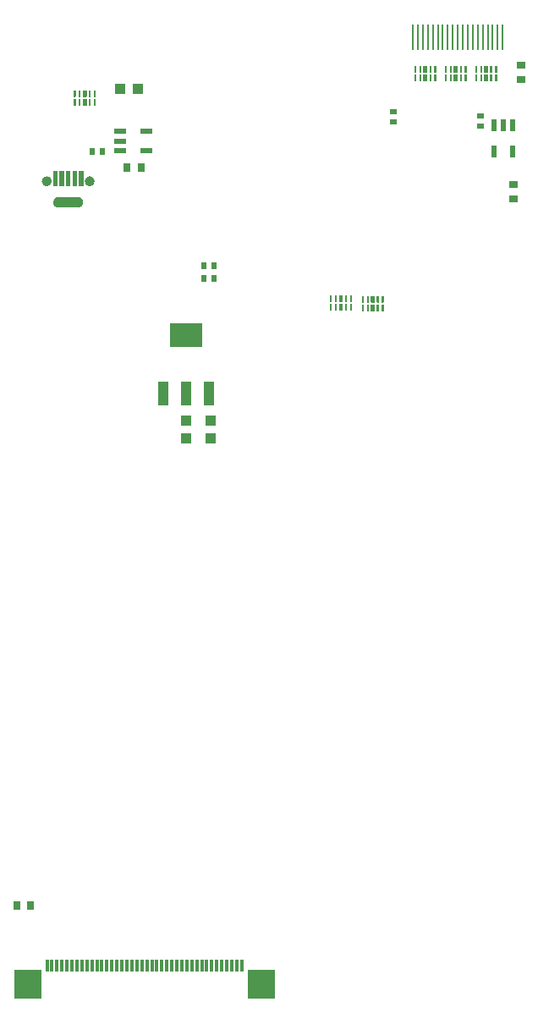
<source format=gtp>
G04*
G04 #@! TF.GenerationSoftware,Altium Limited,Altium Designer,21.3.2 (30)*
G04*
G04 Layer_Color=8421504*
%FSLAX25Y25*%
%MOIN*%
G70*
G04*
G04 #@! TF.SameCoordinates,97996B78-1690-4D19-8AB1-FF8F13014A98*
G04*
G04*
G04 #@! TF.FilePolarity,Positive*
G04*
G01*
G75*
%ADD16C,0.01968*%
%ADD17R,0.01181X0.04724*%
%ADD18R,0.10630X0.11811*%
%ADD19R,0.00787X0.02618*%
%ADD20R,0.01575X0.02618*%
%ADD21R,0.01102X0.10236*%
%ADD22R,0.02362X0.04921*%
%ADD23R,0.03543X0.03150*%
%ADD24R,0.01772X0.05906*%
%ADD25R,0.04300X0.04200*%
%ADD26R,0.02165X0.02559*%
%ADD27R,0.03937X0.09449*%
%ADD28R,0.12992X0.09449*%
%ADD29R,0.03150X0.03543*%
%ADD30R,0.04921X0.02362*%
%ADD31R,0.02559X0.02165*%
%ADD32R,0.04200X0.04300*%
G36*
X174048Y377120D02*
Y374503D01*
X173260D01*
Y374504D01*
X173259D01*
X173256Y377120D01*
X174048Y377120D01*
D02*
G37*
G36*
X172080Y374503D02*
X171292D01*
X171292Y374504D01*
X171291D01*
X171288Y377120D01*
X172080Y377120D01*
X172080Y374503D01*
D02*
G37*
G36*
X168143D02*
X167355D01*
X167355Y374504D01*
X167354D01*
X167351Y377120D01*
X168143Y377120D01*
X168143Y374503D01*
D02*
G37*
G36*
X186048Y377120D02*
Y374503D01*
X185260D01*
X185260Y374504D01*
X185259Y374504D01*
X185256Y377120D01*
X186048Y377120D01*
D02*
G37*
G36*
X184080Y374503D02*
X183292D01*
X183292Y374504D01*
X183291Y374504D01*
X183288Y377120D01*
X184080D01*
Y374503D01*
D02*
G37*
G36*
X180143D02*
X179355D01*
Y374504D01*
X179354Y374504D01*
X179351Y377120D01*
X180143Y377120D01*
Y374503D01*
D02*
G37*
G36*
X197985Y374502D02*
X197197D01*
Y374503D01*
X197196D01*
X197193Y377119D01*
X197985D01*
Y374502D01*
D02*
G37*
G36*
X192080D02*
X191292D01*
X191292Y374503D01*
X191291D01*
X191288Y377119D01*
X192080D01*
X192080Y374502D01*
D02*
G37*
G36*
X196017Y374502D02*
X195229D01*
X195229Y374503D01*
X195228D01*
X195225Y377119D01*
X196017D01*
X196017Y374502D01*
D02*
G37*
G36*
X166174D02*
X165386Y374502D01*
Y374503D01*
X165385D01*
X165382Y377119D01*
X166174Y377119D01*
Y374502D01*
D02*
G37*
G36*
X178174Y374502D02*
X177386Y374502D01*
X177386Y374503D01*
X177385D01*
X177382Y377119D01*
X178174D01*
X178174Y374502D01*
D02*
G37*
G36*
X190111Y374502D02*
X189323Y374502D01*
X189323Y374503D01*
X189322D01*
X189319Y377119D01*
X190111D01*
Y374502D01*
D02*
G37*
G36*
X182503Y374501D02*
X180930D01*
Y374501D01*
X180930Y377120D01*
X182503D01*
X182503Y374501D01*
D02*
G37*
G36*
X170503Y374501D02*
X168930D01*
Y374501D01*
X168930Y377120D01*
X170503D01*
X170503Y374501D01*
D02*
G37*
G36*
X194440Y374501D02*
X192867D01*
Y374500D01*
X192867Y374501D01*
X192867D01*
X192867Y377120D01*
X194440D01*
X194440Y374501D01*
D02*
G37*
G36*
X174048Y373712D02*
Y371095D01*
X173260D01*
Y371096D01*
X173259D01*
X173256Y373712D01*
X174048Y373712D01*
D02*
G37*
G36*
X172080Y371095D02*
X171292D01*
X171292Y371096D01*
X171291D01*
X171288Y373712D01*
X172080Y373712D01*
X172080Y371095D01*
D02*
G37*
G36*
X168143D02*
X167355D01*
X167355Y371096D01*
X167354D01*
X167351Y373712D01*
X168143Y373712D01*
X168143Y371095D01*
D02*
G37*
G36*
X186048Y373712D02*
Y371095D01*
X185260D01*
X185260Y371096D01*
X185259Y371096D01*
X185256Y373712D01*
X186048Y373712D01*
D02*
G37*
G36*
X184080Y371095D02*
X183292D01*
Y371096D01*
X183291Y371096D01*
X183288Y373712D01*
X184080Y373712D01*
Y371095D01*
D02*
G37*
G36*
X180143D02*
X179355D01*
Y371096D01*
X179354Y371096D01*
X179351Y373712D01*
X180143Y373712D01*
Y371095D01*
D02*
G37*
G36*
X197985Y371094D02*
X197197D01*
Y371095D01*
X197196D01*
X197193Y373711D01*
X197985D01*
Y371094D01*
D02*
G37*
G36*
X196017D02*
X195229D01*
X195229Y371095D01*
X195228D01*
X195225Y373711D01*
X196017D01*
X196017Y371094D01*
D02*
G37*
G36*
X192080D02*
X191292D01*
X191292Y371095D01*
X191291D01*
X191288Y373711D01*
X192080D01*
X192080Y371094D01*
D02*
G37*
G36*
X178174D02*
X177386D01*
X177386Y371095D01*
X177385D01*
X177382Y373711D01*
X178174D01*
Y371094D01*
D02*
G37*
G36*
X166174D02*
X165386D01*
Y371095D01*
X165385D01*
X165382Y373711D01*
X166174Y373711D01*
Y371094D01*
D02*
G37*
G36*
X190111Y371094D02*
X189323D01*
X189323Y371095D01*
X189322D01*
X189319Y373711D01*
X190111D01*
X190111Y371094D01*
D02*
G37*
G36*
X182503Y371093D02*
X180930D01*
X180930Y371093D01*
X180930Y373712D01*
X182503Y373712D01*
Y371093D01*
D02*
G37*
G36*
X170503Y371093D02*
X168930D01*
Y371093D01*
X168930Y373712D01*
X170503D01*
X170503Y371093D01*
D02*
G37*
G36*
X194440Y371093D02*
X192867D01*
X192867Y371093D01*
X192867Y373712D01*
X194440D01*
X194440Y371093D01*
D02*
G37*
G36*
X39830Y367539D02*
X39832D01*
X39834Y364923D01*
X39042D01*
X39042Y367540D01*
X39830D01*
X39830Y367539D01*
D02*
G37*
G36*
X37861Y367539D02*
X37863D01*
X37865Y364923D01*
X37073D01*
X37073Y367540D01*
X37861D01*
X37861Y367539D01*
D02*
G37*
G36*
X33924D02*
X33925D01*
X33928Y364923D01*
X33136D01*
X33136Y367540D01*
X33924D01*
X33924Y367539D01*
D02*
G37*
G36*
X31956D02*
X31958D01*
X31960Y364923D01*
X31168D01*
Y367540D01*
X31956D01*
Y367539D01*
D02*
G37*
G36*
X36287Y364922D02*
X34713D01*
X34713Y367541D01*
X36286D01*
X36286Y367542D01*
X36287Y364922D01*
D02*
G37*
G36*
X36287Y364133D02*
X36287D01*
Y364134D01*
X36287Y364133D01*
D02*
G37*
G36*
X39830Y364132D02*
X39830Y364131D01*
X39832D01*
X39834Y361515D01*
X39042D01*
Y364132D01*
X39830Y364132D01*
D02*
G37*
G36*
X37861Y364131D02*
X37863D01*
X37865Y361515D01*
X37073D01*
X37073Y364132D01*
X37861D01*
X37861Y364131D01*
D02*
G37*
G36*
X33924D02*
X33926D01*
X33928Y361515D01*
X33136D01*
X33136Y364132D01*
X33924D01*
X33924Y364131D01*
D02*
G37*
G36*
X31956D02*
X31958D01*
X31960Y361515D01*
X31168D01*
Y364132D01*
X31956D01*
Y364131D01*
D02*
G37*
G36*
X36287Y361514D02*
X34713D01*
X34713Y364133D01*
X36287D01*
X36287Y361514D01*
D02*
G37*
G36*
X35004Y329696D02*
X33232D01*
Y335602D01*
X35004D01*
Y329696D01*
D02*
G37*
G36*
X32445D02*
X30673D01*
Y335602D01*
X32445D01*
Y329696D01*
D02*
G37*
G36*
X29886D02*
X28114D01*
Y335602D01*
X29886D01*
Y329696D01*
D02*
G37*
G36*
X27327D02*
X25555D01*
Y335602D01*
X27327D01*
Y329696D01*
D02*
G37*
G36*
X24768D02*
X22996D01*
Y335602D01*
X24768D01*
Y329696D01*
D02*
G37*
G36*
X34064Y325108D02*
X34584Y324587D01*
X34866Y323907D01*
Y323539D01*
Y323343D01*
Y323224D01*
Y322864D01*
X34590Y322199D01*
X34081Y321689D01*
X33415Y321413D01*
X24514D01*
X23863Y321683D01*
X23364Y322181D01*
X23095Y322833D01*
Y323185D01*
Y323303D01*
Y323500D01*
Y323868D01*
X23376Y324548D01*
X23897Y325069D01*
X24577Y325350D01*
X24945D01*
Y325358D01*
X24951Y325373D01*
X24962Y325384D01*
X24976Y325390D01*
X33384D01*
X34064Y325108D01*
D02*
G37*
G36*
X140799Y286743D02*
X140800D01*
X140803Y284127D01*
X140011D01*
Y286744D01*
X140799D01*
X140799Y286743D01*
D02*
G37*
G36*
X138830Y286743D02*
X138831D01*
X138834Y284127D01*
X138042Y284127D01*
X138042Y286744D01*
X138830D01*
X138830Y286743D01*
D02*
G37*
G36*
X134893D02*
X134894D01*
X134897Y284127D01*
X134105Y284127D01*
X134105Y286744D01*
X134893D01*
X134893Y286743D01*
D02*
G37*
G36*
X132925D02*
X132926Y286743D01*
X132929Y284127D01*
X132137Y284127D01*
X132137Y286744D01*
X132925D01*
Y286743D01*
D02*
G37*
G36*
X137255Y286746D02*
X137255D01*
X137255Y284126D01*
X135682D01*
X135682Y286746D01*
X137255D01*
Y286746D01*
X137255Y286746D01*
D02*
G37*
G36*
X153331Y286539D02*
X153331D01*
X153334Y283923D01*
X152542D01*
Y286540D01*
X153331D01*
X153331Y286539D01*
D02*
G37*
G36*
X151362Y286539D02*
X151363Y286539D01*
X151365Y283923D01*
X150574D01*
Y286540D01*
X151362D01*
Y286539D01*
D02*
G37*
G36*
X147424D02*
X147425Y286539D01*
X147428Y283923D01*
X146636D01*
Y286540D01*
X147424D01*
Y286539D01*
D02*
G37*
G36*
X145457D02*
X145457Y286539D01*
X145460Y283923D01*
X144668D01*
Y286540D01*
X145457D01*
Y286539D01*
D02*
G37*
G36*
X149787Y283922D02*
X148213D01*
Y286541D01*
X149786D01*
Y286542D01*
X149787Y283922D01*
D02*
G37*
G36*
X140799Y283336D02*
X140799Y283335D01*
X140800D01*
X140803Y280719D01*
X140011D01*
Y283336D01*
X140799Y283336D01*
D02*
G37*
G36*
X134893Y283335D02*
X134894Y283335D01*
X134897Y280719D01*
X134105D01*
X134105Y283336D01*
X134893D01*
X134893Y283335D01*
D02*
G37*
G36*
X138830Y283335D02*
X138831D01*
X138834Y280719D01*
X138042Y280719D01*
X138042Y283336D01*
X138830D01*
X138830Y283335D01*
D02*
G37*
G36*
X132925D02*
X132926Y283335D01*
X132929Y280719D01*
X132137Y280719D01*
X132137Y283336D01*
X132925D01*
Y283335D01*
D02*
G37*
G36*
X137256Y280718D02*
X135682Y280718D01*
X135682Y283337D01*
X137255D01*
Y283338D01*
X137256Y280718D01*
D02*
G37*
G36*
X153331Y283132D02*
X153331Y283131D01*
X153331D01*
X153334Y280515D01*
X152542D01*
Y283132D01*
X153331Y283132D01*
D02*
G37*
G36*
X145457Y283131D02*
X145457Y283131D01*
X145460Y280515D01*
X144668D01*
Y283132D01*
X145457D01*
Y283131D01*
D02*
G37*
G36*
X151362D02*
X151363Y283131D01*
X151365Y280515D01*
X150574Y280515D01*
Y283132D01*
X151362D01*
Y283131D01*
D02*
G37*
G36*
X147424D02*
X147425Y283131D01*
X147428Y280515D01*
X146636Y280515D01*
Y283132D01*
X147424D01*
X147424Y283131D01*
D02*
G37*
G36*
X149787Y280514D02*
X148213D01*
X148213Y283133D01*
X149787D01*
Y283134D01*
X149787Y280514D01*
D02*
G37*
D16*
X21520Y331670D02*
G03*
X21520Y331670I-984J0D01*
G01*
X38449D02*
G03*
X38449Y331670I-984J0D01*
G01*
D17*
X97386Y22579D02*
D03*
X95417D02*
D03*
X93449D02*
D03*
X91480D02*
D03*
X89512D02*
D03*
X85575D02*
D03*
X79669Y22579D02*
D03*
X77701D02*
D03*
X71795Y22579D02*
D03*
X69827D02*
D03*
X65890D02*
D03*
X59984Y22579D02*
D03*
X58016Y22579D02*
D03*
X52110D02*
D03*
X50142Y22579D02*
D03*
X44236Y22579D02*
D03*
X42268D02*
D03*
X36362D02*
D03*
X34394D02*
D03*
X32425Y22579D02*
D03*
X30457D02*
D03*
X20614Y22579D02*
D03*
X22583D02*
D03*
X24551Y22579D02*
D03*
X26520D02*
D03*
X28488D02*
D03*
X38331D02*
D03*
X40299D02*
D03*
X46205Y22579D02*
D03*
X48173D02*
D03*
X54079D02*
D03*
X56047D02*
D03*
X61953D02*
D03*
X63921D02*
D03*
X67858D02*
D03*
X73764Y22579D02*
D03*
X75732D02*
D03*
X81638Y22579D02*
D03*
X83606D02*
D03*
X87543D02*
D03*
D18*
X13016Y15256D02*
D03*
X104984Y15256D02*
D03*
D19*
X140405Y285436D02*
D03*
X138437Y285436D02*
D03*
X134500D02*
D03*
X132531Y285436D02*
D03*
X132531Y282028D02*
D03*
X134500Y282028D02*
D03*
X138437D02*
D03*
X140405Y282028D02*
D03*
X39437Y366232D02*
D03*
X37468Y366232D02*
D03*
X33531D02*
D03*
X31563Y366232D02*
D03*
X31563Y362823D02*
D03*
X33531D02*
D03*
X37468D02*
D03*
X39437Y362823D02*
D03*
X189716Y375811D02*
D03*
X191685Y375811D02*
D03*
X195622D02*
D03*
X197590D02*
D03*
X197590Y372402D02*
D03*
X195622Y372402D02*
D03*
X191685D02*
D03*
X189717Y372402D02*
D03*
X152937Y281823D02*
D03*
X150969Y281823D02*
D03*
X147031D02*
D03*
X145063D02*
D03*
X145063Y285232D02*
D03*
X147031Y285232D02*
D03*
X150969D02*
D03*
X152937Y285232D02*
D03*
X165779Y375811D02*
D03*
X167748Y375811D02*
D03*
X171685D02*
D03*
X173653D02*
D03*
X173653Y372402D02*
D03*
X171685Y372402D02*
D03*
X167748D02*
D03*
X165779Y372403D02*
D03*
X177779Y375811D02*
D03*
X179748Y375811D02*
D03*
X183685Y375811D02*
D03*
X185653D02*
D03*
X185653Y372402D02*
D03*
X183685Y372402D02*
D03*
X179748D02*
D03*
X177779Y372403D02*
D03*
D20*
X136469Y285436D02*
D03*
X136469Y282028D02*
D03*
X35500Y366232D02*
D03*
Y362823D02*
D03*
X193654Y375811D02*
D03*
Y372402D02*
D03*
X149000Y281823D02*
D03*
Y285232D02*
D03*
X169717Y375811D02*
D03*
X169717Y372402D02*
D03*
X181717Y375811D02*
D03*
X181717Y372402D02*
D03*
D21*
X200217Y388563D02*
D03*
X198248D02*
D03*
X196280D02*
D03*
X194311D02*
D03*
X192342D02*
D03*
X190374Y388563D02*
D03*
X188406Y388563D02*
D03*
X186437D02*
D03*
X184468D02*
D03*
X182500D02*
D03*
X180532D02*
D03*
X178563D02*
D03*
X176594Y388563D02*
D03*
X174626D02*
D03*
X172658D02*
D03*
X170689Y388563D02*
D03*
X168720D02*
D03*
X166752Y388563D02*
D03*
X164784D02*
D03*
D22*
X204240Y343409D02*
D03*
X196760D02*
D03*
Y353646D02*
D03*
X200500D02*
D03*
X204240D02*
D03*
D23*
X204500Y330283D02*
D03*
Y324772D02*
D03*
X207500Y371772D02*
D03*
Y377284D02*
D03*
D24*
X34119Y332654D02*
D03*
X26441D02*
D03*
X23882D02*
D03*
X31560D02*
D03*
X29000D02*
D03*
D25*
X75500Y237472D02*
D03*
Y230528D02*
D03*
X85000D02*
D03*
Y237472D02*
D03*
D26*
X82531Y293528D02*
D03*
X86468Y293528D02*
D03*
Y298528D02*
D03*
X82531Y298528D02*
D03*
X42469Y343528D02*
D03*
X38532Y343528D02*
D03*
D27*
X66445Y248110D02*
D03*
X75500Y248110D02*
D03*
X84555Y248110D02*
D03*
D28*
X75500Y270945D02*
D03*
D29*
X14256Y46528D02*
D03*
X8744D02*
D03*
X52244Y337028D02*
D03*
X57756D02*
D03*
D30*
X59618Y351268D02*
D03*
Y343787D02*
D03*
X49382D02*
D03*
Y347528D02*
D03*
Y351268D02*
D03*
D31*
X191500Y353559D02*
D03*
X191500Y357496D02*
D03*
X157000Y355059D02*
D03*
X157000Y358996D02*
D03*
D32*
X49555Y368028D02*
D03*
X56500D02*
D03*
M02*

</source>
